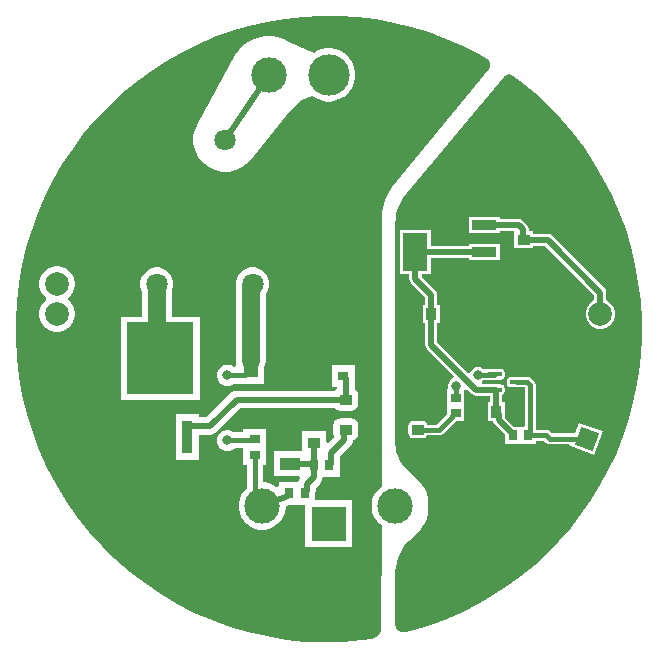
<source format=gtl>
G04*
G04 #@! TF.GenerationSoftware,Altium Limited,Altium Designer,24.6.1 (21)*
G04*
G04 Layer_Physical_Order=1*
G04 Layer_Color=255*
%FSLAX44Y44*%
%MOMM*%
G71*
G04*
G04 #@! TF.SameCoordinates,BA978B15-CB27-4B2F-8DC8-F8FDB2F27EFD*
G04*
G04*
G04 #@! TF.FilePolarity,Positive*
G04*
G01*
G75*
%ADD11C,0.2500*%
%ADD14R,1.7300X1.1100*%
%ADD15R,0.8000X0.9500*%
%ADD16R,1.0500X0.9000*%
%ADD17R,0.9500X0.8000*%
%ADD18R,0.9000X1.0500*%
%ADD19R,2.1500X0.9000*%
%ADD20R,2.1500X3.2500*%
G04:AMPARAMS|DCode=21|XSize=1.1mm|YSize=0.9mm|CornerRadius=0.1125mm|HoleSize=0mm|Usage=FLASHONLY|Rotation=180.000|XOffset=0mm|YOffset=0mm|HoleType=Round|Shape=RoundedRectangle|*
%AMROUNDEDRECTD21*
21,1,1.1000,0.6750,0,0,180.0*
21,1,0.8750,0.9000,0,0,180.0*
1,1,0.2250,-0.4375,0.3375*
1,1,0.2250,0.4375,0.3375*
1,1,0.2250,0.4375,-0.3375*
1,1,0.2250,-0.4375,-0.3375*
%
%ADD21ROUNDEDRECTD21*%
%ADD22R,1.3000X2.8000*%
%ADD23R,0.9700X2.8300*%
%ADD24R,5.6300X6.0900*%
G04:AMPARAMS|DCode=25|XSize=1.19mm|YSize=0.4mm|CornerRadius=0.05mm|HoleSize=0mm|Usage=FLASHONLY|Rotation=180.000|XOffset=0mm|YOffset=0mm|HoleType=Round|Shape=RoundedRectangle|*
%AMROUNDEDRECTD25*
21,1,1.1900,0.3000,0,0,180.0*
21,1,1.0900,0.4000,0,0,180.0*
1,1,0.1000,-0.5450,0.1500*
1,1,0.1000,0.5450,0.1500*
1,1,0.1000,0.5450,-0.1500*
1,1,0.1000,-0.5450,-0.1500*
%
%ADD25ROUNDEDRECTD25*%
%ADD38C,3.0000*%
%ADD39R,3.0000X3.0000*%
%ADD40C,1.6000*%
%ADD41P,2.2627X4X295.0*%
%ADD47C,0.4000*%
%ADD48C,0.5000*%
%ADD49C,1.5000*%
%ADD50C,6.0000*%
%ADD51C,2.0000*%
%ADD52C,1.8000*%
%ADD53C,3.5000*%
%ADD54C,0.8000*%
G36*
X9002Y264952D02*
X24440Y263975D01*
X39794Y262100D01*
X55012Y259333D01*
X70044Y255682D01*
X84837Y251161D01*
X99341Y245786D01*
X113507Y239573D01*
X127286Y232545D01*
X133959Y228635D01*
Y228635D01*
X135390Y227461D01*
X136023Y226553D01*
X136478Y225455D01*
X136689Y224286D01*
X136645Y223099D01*
X136373Y222040D01*
X135441Y220429D01*
X135439Y220427D01*
X135439D01*
X135439Y220426D01*
X53898Y120067D01*
X52828Y118638D01*
X50874Y115650D01*
X49182Y112507D01*
X47764Y109230D01*
X46630Y105845D01*
X45789Y102376D01*
X45246Y98847D01*
X45010Y95352D01*
X45006Y95285D01*
X45000Y93500D01*
X45000Y93500D01*
Y-84000D01*
X44875Y-133474D01*
X43501Y-134393D01*
X40715Y-137179D01*
X38526Y-140454D01*
X37019Y-144094D01*
X36250Y-147958D01*
Y-151898D01*
X37019Y-155762D01*
X38526Y-159401D01*
X40715Y-162677D01*
X43501Y-165463D01*
X44792Y-166326D01*
X44574Y-252811D01*
X44572Y-253698D01*
X44254Y-255442D01*
X43631Y-257102D01*
X42723Y-258626D01*
X41560Y-259964D01*
X40178Y-261075D01*
X38621Y-261924D01*
X36939Y-262482D01*
X28045Y-263758D01*
X11904Y-265069D01*
X-4288Y-265387D01*
X-20470Y-264711D01*
X-36578Y-263043D01*
X-52555Y-260390D01*
X-68338Y-256761D01*
X-83869Y-252170D01*
X-99088Y-246635D01*
X-113940Y-240176D01*
X-128367Y-232818D01*
X-142315Y-224588D01*
X-155732Y-215518D01*
X-168566Y-205641D01*
X-180771Y-194995D01*
X-192299Y-183621D01*
X-203107Y-171560D01*
X-213155Y-158859D01*
X-222405Y-145565D01*
X-230821Y-131728D01*
X-238372Y-117401D01*
X-245029Y-102638D01*
X-250768Y-87493D01*
X-255566Y-72026D01*
X-259406Y-56293D01*
X-262274Y-40353D01*
X-264158Y-24268D01*
X-265051Y-8098D01*
X-265000Y-0D01*
Y7734D01*
X-264098Y23176D01*
X-262297Y38539D01*
X-259602Y53771D01*
X-256024Y68819D01*
X-251575Y83634D01*
X-246269Y98164D01*
X-240124Y112359D01*
X-233163Y126172D01*
X-225407Y139556D01*
X-216884Y152464D01*
X-207623Y164853D01*
X-197654Y176681D01*
X-187013Y187908D01*
X-175736Y198495D01*
X-163860Y208406D01*
X-151426Y217607D01*
X-138477Y226068D01*
X-125056Y233759D01*
X-111210Y240655D01*
X-96985Y246731D01*
X-82430Y251967D01*
X-67594Y256345D01*
X-52528Y259850D01*
X-37283Y262471D01*
X-21912Y264198D01*
X-6466Y265026D01*
X9002Y264952D01*
D02*
G37*
G36*
X155036Y214902D02*
X155936Y214264D01*
X155936Y214264D01*
X162243Y209674D01*
X174295Y199767D01*
X185744Y189170D01*
X196549Y177916D01*
X206674Y166047D01*
X216083Y153603D01*
X224744Y140627D01*
X232627Y127164D01*
X239704Y113260D01*
X245951Y98965D01*
X251346Y84326D01*
X255870Y69396D01*
X259509Y54225D01*
X262249Y38867D01*
X264081Y23373D01*
X264998Y7800D01*
X264998Y-1D01*
X264998D01*
X264998Y-7298D01*
X264195Y-21869D01*
X262592Y-36374D01*
X260193Y-50769D01*
X257005Y-65010D01*
X253039Y-79054D01*
X248305Y-92859D01*
X242819Y-106382D01*
X236598Y-119583D01*
X229659Y-132421D01*
X222024Y-144858D01*
X213717Y-156856D01*
X204761Y-168379D01*
X195186Y-179392D01*
X185018Y-189861D01*
X174290Y-199754D01*
X163034Y-209042D01*
X151284Y-217697D01*
X139075Y-225692D01*
X126445Y-233003D01*
X113432Y-239608D01*
X100075Y-245486D01*
X86414Y-250621D01*
X72492Y-254996D01*
X65421Y-256798D01*
X64607Y-257005D01*
X62926Y-257042D01*
X61281Y-256699D01*
X59755Y-255993D01*
X58428Y-254962D01*
X57368Y-253657D01*
X56629Y-252148D01*
X56250Y-250510D01*
X56250Y-249670D01*
Y-207571D01*
Y-205608D01*
X56635Y-201701D01*
X57401Y-197850D01*
X58540Y-194093D01*
X60043Y-190466D01*
X61894Y-187004D01*
X64075Y-183739D01*
X66565Y-180705D01*
X67953Y-179317D01*
X67954Y-179316D01*
X77804Y-169466D01*
X79198Y-167928D01*
X81502Y-164480D01*
X83089Y-160648D01*
X83898Y-156581D01*
X84000Y-154508D01*
X84000Y-154507D01*
X84000Y-145371D01*
X83897Y-143272D01*
X83078Y-139154D01*
X81471Y-135275D01*
X79138Y-131785D01*
X77727Y-130228D01*
X77727Y-130227D01*
Y-130227D01*
X64423Y-116923D01*
X62450Y-114519D01*
X60722Y-111932D01*
X59255Y-109189D01*
X58065Y-106315D01*
X57162Y-103338D01*
X56555Y-100287D01*
X56250Y-97192D01*
Y-95636D01*
Y87750D01*
X56255Y89595D01*
X56586Y93269D01*
X57234Y96901D01*
X58194Y100464D01*
X59459Y103929D01*
X61021Y107272D01*
X62866Y110467D01*
X64981Y113490D01*
X66166Y114904D01*
X66166Y114904D01*
X148068Y213237D01*
X148774Y214084D01*
X150707Y215148D01*
X152895Y215434D01*
X155036Y214902D01*
D02*
G37*
%LPC*%
G36*
X-48203Y248000D02*
X-53397D01*
X-58527Y247187D01*
X-63468Y245582D01*
X-68096Y243224D01*
X-72298Y240171D01*
X-75971Y236498D01*
X-79024Y232296D01*
X-110592Y174151D01*
X-112522Y170364D01*
X-113835Y166322D01*
X-114500Y162125D01*
Y157875D01*
X-113835Y153678D01*
X-112522Y149636D01*
X-110592Y145849D01*
X-108094Y142411D01*
X-105089Y139406D01*
X-101651Y136908D01*
X-97864Y134978D01*
X-93822Y133665D01*
X-89625Y133000D01*
X-85375D01*
X-81178Y133665D01*
X-77136Y134978D01*
X-73349Y136908D01*
X-69911Y139406D01*
X-66906Y142411D01*
X-33158Y184182D01*
X-31247Y186389D01*
X-26994Y190383D01*
X-22234Y193758D01*
X-17057Y196450D01*
X-14343Y197523D01*
X-10658Y195061D01*
X-6563Y193365D01*
X-2216Y192500D01*
X2216D01*
X6563Y193365D01*
X10658Y195061D01*
X14343Y197523D01*
X17477Y200657D01*
X19939Y204342D01*
X21635Y208437D01*
X22500Y212784D01*
Y217216D01*
X21635Y221563D01*
X19939Y225658D01*
X17477Y229343D01*
X14343Y232477D01*
X10658Y234939D01*
X6563Y236635D01*
X2216Y237500D01*
X-2216D01*
X-6563Y236635D01*
X-10658Y234939D01*
X-12363Y233800D01*
X-33408Y243154D01*
X-33504Y243224D01*
X-38132Y245582D01*
X-43073Y247187D01*
X-48203Y248000D01*
D02*
G37*
G36*
X-228523Y53100D02*
X-231477D01*
X-234375Y52523D01*
X-237105Y51393D01*
X-239562Y49751D01*
X-241651Y47662D01*
X-243293Y45205D01*
X-244424Y42475D01*
X-245000Y39577D01*
Y36623D01*
X-244424Y33725D01*
X-243293Y30995D01*
X-241651Y28538D01*
X-239746Y26633D01*
X-239489Y25716D01*
Y25084D01*
X-239746Y24167D01*
X-241651Y22262D01*
X-243293Y19805D01*
X-244424Y17075D01*
X-245000Y14177D01*
Y11223D01*
X-244424Y8325D01*
X-243293Y5595D01*
X-241651Y3138D01*
X-239562Y1049D01*
X-237105Y-593D01*
X-234375Y-1724D01*
X-231477Y-2300D01*
X-228523D01*
X-225625Y-1724D01*
X-222895Y-593D01*
X-220438Y1049D01*
X-218349Y3138D01*
X-216707Y5595D01*
X-215576Y8325D01*
X-215000Y11223D01*
Y14177D01*
X-215576Y17075D01*
X-216707Y19805D01*
X-218349Y22262D01*
X-220254Y24167D01*
X-220511Y25084D01*
Y25716D01*
X-220254Y26633D01*
X-218349Y28538D01*
X-216707Y30995D01*
X-215576Y33725D01*
X-215000Y36623D01*
Y39577D01*
X-215576Y42475D01*
X-216707Y45205D01*
X-218349Y47662D01*
X-220438Y49751D01*
X-222895Y51393D01*
X-225625Y52523D01*
X-228523Y53100D01*
D02*
G37*
G36*
X-62657Y52000D02*
X-66343D01*
X-69904Y51046D01*
X-73096Y49203D01*
X-75703Y46596D01*
X-77546Y43404D01*
X-78500Y39843D01*
Y36507D01*
X-78608Y35688D01*
Y-27500D01*
X-78254Y-30190D01*
X-78647Y-30827D01*
X-80224Y-32048D01*
X-82276Y-30863D01*
X-84565Y-30250D01*
X-86935D01*
X-89224Y-30863D01*
X-91276Y-32048D01*
X-92952Y-33724D01*
X-94137Y-35776D01*
X-94750Y-38065D01*
Y-40435D01*
X-94137Y-42724D01*
X-92952Y-44776D01*
X-91276Y-46452D01*
X-89224Y-47637D01*
X-86935Y-48250D01*
X-84565D01*
X-82276Y-47637D01*
X-80224Y-46452D01*
X-80083Y-46310D01*
X-77500D01*
Y-46500D01*
X-54500D01*
Y-32401D01*
X-53822Y-30763D01*
X-53392Y-27500D01*
Y29309D01*
X-53297Y29404D01*
X-51454Y32596D01*
X-50500Y36157D01*
Y39843D01*
X-51454Y43404D01*
X-53297Y46596D01*
X-55904Y49203D01*
X-59096Y51046D01*
X-62657Y52000D01*
D02*
G37*
G36*
X22250Y-31000D02*
X2750D01*
Y-49000D01*
X6935D01*
Y-51190D01*
X5709Y-52009D01*
X5558Y-52235D01*
X-78050D01*
X-78050Y-52235D01*
X-79029Y-52364D01*
X-80008Y-52493D01*
X-81832Y-53249D01*
X-83399Y-54451D01*
X-103383Y-74435D01*
X-109750D01*
Y-72350D01*
X-129450D01*
Y-110650D01*
X-109750D01*
Y-89565D01*
X-100250D01*
X-98292Y-89307D01*
X-96468Y-88551D01*
X-94901Y-87349D01*
X-74917Y-67365D01*
X5558D01*
X5709Y-67591D01*
X7735Y-68945D01*
X10125Y-69420D01*
X18875D01*
X21265Y-68945D01*
X23291Y-67591D01*
X24645Y-65565D01*
X25120Y-63175D01*
Y-56425D01*
X24645Y-54035D01*
X23291Y-52009D01*
X22065Y-51190D01*
Y-49000D01*
X22250D01*
Y-31000D01*
D02*
G37*
G36*
X-143657Y52000D02*
X-147343D01*
X-150904Y51046D01*
X-154096Y49203D01*
X-156703Y46596D01*
X-158546Y43404D01*
X-159500Y39843D01*
Y36157D01*
X-158546Y32596D01*
X-158108Y31837D01*
Y10450D01*
X-175650D01*
Y-60450D01*
X-109350D01*
Y10450D01*
X-132892D01*
Y31837D01*
X-132454Y32596D01*
X-131500Y36157D01*
Y39843D01*
X-132454Y43404D01*
X-134297Y46596D01*
X-136904Y49203D01*
X-140096Y51046D01*
X-143657Y52000D01*
D02*
G37*
G36*
X18875Y-75580D02*
X10125D01*
X7735Y-76055D01*
X5709Y-77409D01*
X4355Y-79435D01*
X3880Y-81825D01*
Y-88575D01*
X4355Y-90965D01*
X4649Y-91403D01*
X-402Y-96454D01*
X-2250Y-95689D01*
Y-86750D01*
X-22750D01*
Y-103499D01*
X-46651D01*
Y-124599D01*
X-24845D01*
X-24495Y-125444D01*
X-24251Y-126599D01*
X-25301Y-127968D01*
X-25832Y-129250D01*
X-42250D01*
Y-132939D01*
X-44250Y-133892D01*
X-46776Y-132204D01*
X-50416Y-130696D01*
X-54280Y-129928D01*
X-55440D01*
Y-115500D01*
X-52750D01*
Y-102500D01*
Y-84500D01*
X-72250D01*
Y-86940D01*
X-80845D01*
X-82276Y-86113D01*
X-84565Y-85500D01*
X-86935D01*
X-89224Y-86113D01*
X-91276Y-87298D01*
X-92952Y-88974D01*
X-94137Y-91026D01*
X-94750Y-93315D01*
Y-95685D01*
X-94137Y-97974D01*
X-92952Y-100026D01*
X-91276Y-101702D01*
X-89224Y-102887D01*
X-86935Y-103500D01*
X-84565D01*
X-82276Y-102887D01*
X-80224Y-101702D01*
X-79583Y-101060D01*
X-72250D01*
Y-115500D01*
X-69560D01*
Y-134954D01*
X-71785Y-137179D01*
X-73974Y-140454D01*
X-75481Y-144094D01*
X-76250Y-147958D01*
Y-151898D01*
X-75481Y-155762D01*
X-73974Y-159401D01*
X-71785Y-162677D01*
X-68999Y-165463D01*
X-65724Y-167652D01*
X-62084Y-169159D01*
X-58220Y-169928D01*
X-54280D01*
X-50416Y-169159D01*
X-46776Y-167652D01*
X-43501Y-165463D01*
X-40715Y-162677D01*
X-38526Y-159401D01*
X-37019Y-155762D01*
X-36250Y-151898D01*
Y-150013D01*
X-33121Y-148750D01*
X-20000D01*
Y-185000D01*
X20000D01*
Y-145000D01*
X-11250D01*
Y-137992D01*
X-11185Y-137500D01*
X-11185Y-137500D01*
Y-134883D01*
X-7401Y-131099D01*
X-7401Y-131099D01*
X-6199Y-129532D01*
X-5443Y-127708D01*
X-5185Y-125750D01*
X-3340Y-125250D01*
X9250D01*
Y-114492D01*
X9315Y-114000D01*
X9315Y-114000D01*
Y-108133D01*
X18400Y-99048D01*
X18400Y-99048D01*
X19602Y-97481D01*
X20358Y-95657D01*
X20511Y-94494D01*
X21265Y-94345D01*
X23291Y-92991D01*
X24645Y-90965D01*
X25120Y-88575D01*
Y-81825D01*
X24645Y-79435D01*
X23291Y-77409D01*
X21265Y-76055D01*
X18875Y-75580D01*
D02*
G37*
G36*
X86500Y83750D02*
X60000D01*
Y46250D01*
X68152D01*
Y42500D01*
X68540Y40549D01*
X69645Y38895D01*
X81902Y26638D01*
Y20250D01*
X80000D01*
Y4750D01*
X81902D01*
Y-13500D01*
X82290Y-15451D01*
X83395Y-17105D01*
X105968Y-39678D01*
X105370Y-41908D01*
X105241Y-41943D01*
X103759Y-42799D01*
X102549Y-44009D01*
X101693Y-45491D01*
X101250Y-47144D01*
Y-48856D01*
X101557Y-50000D01*
X101323Y-50445D01*
X100250Y-52000D01*
X100250Y-52000D01*
X100250Y-52000D01*
Y-63000D01*
X100250Y-65000D01*
X100250Y-67000D01*
Y-72261D01*
X91555Y-80957D01*
X83398D01*
X83290Y-80411D01*
X82488Y-79212D01*
X81289Y-78410D01*
X79875Y-78129D01*
X71125D01*
X69711Y-78410D01*
X68512Y-79212D01*
X67710Y-80411D01*
X67429Y-81825D01*
Y-88575D01*
X67710Y-89989D01*
X68512Y-91188D01*
X69711Y-91990D01*
X71125Y-92271D01*
X79875D01*
X81289Y-91990D01*
X82488Y-91188D01*
X83194Y-90133D01*
X93455D01*
X95211Y-89784D01*
X96699Y-88789D01*
X107489Y-78000D01*
X114750D01*
Y-67000D01*
X114750Y-65000D01*
X114750Y-63000D01*
Y-52000D01*
X114750Y-52000D01*
X114636Y-51717D01*
X114817Y-51355D01*
X117249Y-50959D01*
X121395Y-55105D01*
X123049Y-56210D01*
X125000Y-56598D01*
X136902D01*
Y-62250D01*
X135000D01*
Y-77750D01*
X139002D01*
X139290Y-79201D01*
X140395Y-80855D01*
X149500Y-89960D01*
Y-97250D01*
X160500D01*
X162500Y-97250D01*
X164500Y-97250D01*
X175500D01*
Y-94588D01*
X182099D01*
X183834Y-96322D01*
X185322Y-97317D01*
X187078Y-97666D01*
X203847D01*
X204994Y-99304D01*
X204977Y-99353D01*
X224710Y-106536D01*
X231892Y-86802D01*
X212159Y-79620D01*
X208930Y-88490D01*
X188978D01*
X187244Y-86756D01*
X185756Y-85761D01*
X184000Y-85412D01*
X175500D01*
Y-82750D01*
X175138D01*
Y-47722D01*
X174789Y-45966D01*
X173794Y-44478D01*
X171073Y-41756D01*
X169584Y-40761D01*
X167828Y-40412D01*
X159600D01*
X159452Y-40441D01*
X154150D01*
X152979Y-40674D01*
X151987Y-41337D01*
X151324Y-42330D01*
X151091Y-43500D01*
Y-46500D01*
X151324Y-47670D01*
X151987Y-48663D01*
X152979Y-49326D01*
X154150Y-49559D01*
X159452D01*
X159600Y-49588D01*
X165928D01*
X165962Y-49622D01*
Y-81336D01*
X164548Y-82750D01*
X162500Y-82750D01*
X160500Y-82750D01*
X156710D01*
X149098Y-75138D01*
Y-72000D01*
X149000Y-71507D01*
Y-62250D01*
X147098D01*
Y-55774D01*
X148013Y-55163D01*
X148676Y-54171D01*
X148909Y-53000D01*
Y-50000D01*
X148676Y-48829D01*
X148013Y-47837D01*
X147021Y-47174D01*
X145850Y-46941D01*
X143677D01*
X143451Y-46790D01*
X141500Y-46402D01*
X129996D01*
X129460Y-44402D01*
X130241Y-43951D01*
X130979Y-43213D01*
X140275D01*
X141051Y-43059D01*
X145850D01*
X147021Y-42826D01*
X148013Y-42163D01*
X148676Y-41171D01*
X148909Y-40000D01*
Y-37000D01*
X148676Y-35830D01*
X148013Y-34837D01*
X147021Y-34174D01*
X145850Y-33941D01*
X140548D01*
X140400Y-33912D01*
X140252Y-33941D01*
X134950D01*
X134469Y-34037D01*
X130729D01*
X130241Y-33549D01*
X128759Y-32693D01*
X127106Y-32250D01*
X125394D01*
X123741Y-32693D01*
X122259Y-33549D01*
X121049Y-34759D01*
X120193Y-36241D01*
X120105Y-36567D01*
X117875Y-37165D01*
X92098Y-11388D01*
Y4750D01*
X94000D01*
Y20250D01*
X92098D01*
Y28750D01*
X91710Y30701D01*
X90605Y32355D01*
X78710Y44250D01*
X79221Y46250D01*
X86500D01*
Y59902D01*
X118500D01*
Y58000D01*
X145000D01*
Y72000D01*
X118500D01*
Y70098D01*
X86500D01*
Y83750D01*
D02*
G37*
G36*
X145000Y95000D02*
X118500D01*
Y81000D01*
X145000D01*
Y82902D01*
X155416D01*
X157250Y82500D01*
Y68500D01*
X172750D01*
Y70402D01*
X183138D01*
X224902Y28638D01*
Y24190D01*
X222325Y22703D01*
X219998Y20375D01*
X218352Y17525D01*
X217500Y14346D01*
Y11054D01*
X218352Y7875D01*
X219998Y5025D01*
X222325Y2697D01*
X225175Y1052D01*
X228354Y200D01*
X231646D01*
X234825Y1052D01*
X237675Y2697D01*
X240002Y5025D01*
X241648Y7875D01*
X242500Y11054D01*
Y14346D01*
X241648Y17525D01*
X240002Y20375D01*
X237675Y22703D01*
X235098Y24190D01*
Y30750D01*
X234710Y32701D01*
X233605Y34355D01*
X188855Y79105D01*
X187201Y80210D01*
X185250Y80598D01*
X172750D01*
Y82500D01*
X169377D01*
Y84571D01*
X168989Y86522D01*
X167884Y88176D01*
X164455Y91605D01*
X162801Y92710D01*
X160850Y93098D01*
X145000D01*
Y95000D01*
D02*
G37*
%LPD*%
D11*
X-66000Y-32250D02*
Y-27500D01*
D14*
X-33001Y-114049D02*
D03*
Y-79949D02*
D03*
D15*
X-33250Y-139000D02*
D03*
X-20250D02*
D03*
X-12750Y-115500D02*
D03*
X250D02*
D03*
X169000Y-90000D02*
D03*
X156000D02*
D03*
D16*
X-12500Y-96250D02*
D03*
Y-80250D02*
D03*
X165000Y75500D02*
D03*
Y59500D02*
D03*
D17*
X12500Y-40000D02*
D03*
Y-27000D02*
D03*
X-62500Y-93500D02*
D03*
Y-106500D02*
D03*
X107500Y-71500D02*
D03*
Y-58500D02*
D03*
D18*
X87000Y12500D02*
D03*
X103000D02*
D03*
X142000Y-70000D02*
D03*
X158000D02*
D03*
D19*
X131750Y42000D02*
D03*
Y65000D02*
D03*
Y88000D02*
D03*
D20*
X73250Y65000D02*
D03*
D21*
X14500Y-85200D02*
D03*
Y-59800D02*
D03*
X75500D02*
D03*
Y-85200D02*
D03*
D22*
X-19000Y-27500D02*
D03*
X-66000D02*
D03*
D23*
X-165400Y-91500D02*
D03*
X-119600D02*
D03*
D24*
X-142500Y-25000D02*
D03*
D25*
X159600Y-51500D02*
D03*
Y-45000D02*
D03*
Y-38500D02*
D03*
X140400D02*
D03*
Y-51500D02*
D03*
D38*
X0Y60000D02*
D03*
X-56250Y-149928D02*
D03*
X56250D02*
D03*
X-50800Y215000D02*
D03*
D39*
X0Y-165000D02*
D03*
D40*
X226985Y-69585D02*
D03*
D41*
X218434Y-93078D02*
D03*
D47*
X169000Y-90000D02*
X170550D01*
X169000D02*
X170550Y-88450D01*
Y-90000D02*
X184000D01*
X170550Y-88450D02*
Y-47722D01*
X-70500Y-39250D02*
X-66000Y-34750D01*
Y-32250D01*
X-85750Y-39250D02*
X-70500D01*
X-63000Y-94000D02*
X-62500Y-93500D01*
X-85750Y-94500D02*
X-85250Y-94000D01*
X-63000D01*
X-62500Y-136236D02*
X-56250Y-142486D01*
X-62500Y-136236D02*
Y-106500D01*
X-56250Y-149928D02*
Y-142486D01*
X75845Y-85545D02*
X93455D01*
X104750Y-74250D02*
Y-73500D01*
X75500Y-85200D02*
X75845Y-85545D01*
X93455D02*
X104750Y-74250D01*
Y-73500D02*
X106750Y-71500D01*
X107500D01*
X126250Y-38750D02*
X126375Y-38625D01*
X140275D02*
X140400Y-38500D01*
X126375Y-38625D02*
X140275D01*
X107625Y-58375D02*
Y-48125D01*
X107500Y-58500D02*
X107625Y-58375D01*
Y-48125D02*
X107750Y-48000D01*
X159600Y-45000D02*
X167828D01*
X170550Y-47722D01*
X184000Y-90000D02*
X187078Y-93078D01*
X218434D01*
D48*
X-117250Y-82000D02*
X-100250D01*
X-78050Y-59800D01*
X-119600Y-91500D02*
Y-84350D01*
X-117250Y-82000D01*
X-78050Y-59800D02*
X14500D01*
X-56250Y-149928D02*
X-34750Y-141250D01*
X-33250Y-139000D01*
X73250Y65000D02*
X131750D01*
X-87500Y160000D02*
X-50800Y215000D01*
X-18750Y-137500D02*
Y-131750D01*
X-20250Y-139000D02*
X-18750Y-137500D01*
Y-131750D02*
X-12750Y-125750D01*
X14500Y-59800D02*
Y-41500D01*
X13000Y-40000D02*
X14500Y-41500D01*
X12500Y-40000D02*
X13000D01*
X13051Y-93699D02*
Y-86649D01*
X1750Y-105000D02*
X13051Y-93699D01*
Y-86649D02*
X14500Y-85200D01*
X250Y-115500D02*
X1750Y-114000D01*
Y-105000D01*
X-33001Y-114049D02*
X-32275Y-114775D01*
X-13475D02*
X-12750Y-115500D01*
X-32275Y-114775D02*
X-13475D01*
X-12625Y-96375D02*
X-12500Y-96250D01*
X-12750Y-115500D02*
X-12625Y-115375D01*
Y-96375D01*
X-12750Y-125750D02*
Y-115500D01*
X87000Y-13500D02*
X125000Y-51500D01*
X140400D01*
X87000Y-13500D02*
Y12500D01*
X140400Y-51500D02*
X141500D01*
X142000Y-70000D02*
Y-52000D01*
X141500Y-51500D02*
X142000Y-52000D01*
Y-70000D02*
X144000Y-72000D01*
Y-77250D02*
Y-72000D01*
Y-77250D02*
X156000Y-89250D01*
Y-90000D02*
Y-89250D01*
X87000Y12500D02*
Y28750D01*
X73250Y42500D02*
X87000Y28750D01*
X73250Y42500D02*
Y65000D01*
X164279Y76221D02*
X165000Y75500D01*
X164279Y76221D02*
Y84571D01*
X160850Y88000D02*
X164279Y84571D01*
X131750Y88000D02*
X160850D01*
X165000Y75500D02*
X185250D01*
X230000Y30750D01*
Y12700D02*
Y30750D01*
D49*
X-64500Y37188D02*
Y38000D01*
X-66000Y-27500D02*
Y35688D01*
X-64500Y37188D01*
X-145500Y-22000D02*
X-142500Y-25000D01*
X-145500Y-22000D02*
Y38000D01*
D50*
X-100000Y-200000D02*
D03*
D51*
X-230000Y-12700D02*
D03*
Y-38100D02*
D03*
Y12700D02*
D03*
Y38100D02*
D03*
X230000Y-12700D02*
D03*
Y12700D02*
D03*
D52*
X-64500Y38000D02*
D03*
X-145500D02*
D03*
X-87500Y160000D02*
D03*
X-157500D02*
D03*
D53*
X50800Y215000D02*
D03*
X0D02*
D03*
D54*
X66750Y152250D02*
D03*
X70250Y-208750D02*
D03*
X68000Y-33500D02*
D03*
X69000Y10250D02*
D03*
X160866Y-57724D02*
D03*
X151478Y-57466D02*
D03*
X-85750Y-39250D02*
D03*
Y-94500D02*
D03*
X240000Y60000D02*
D03*
X255000Y30000D02*
D03*
Y-30000D02*
D03*
X240000Y-60000D02*
D03*
X210000Y120000D02*
D03*
X225000Y90000D02*
D03*
X210000Y-0D02*
D03*
X225000Y-30000D02*
D03*
X210000Y-60000D02*
D03*
Y-120000D02*
D03*
X180000Y180000D02*
D03*
X195000Y150000D02*
D03*
X180000Y120000D02*
D03*
X195000Y90000D02*
D03*
X180000Y60000D02*
D03*
X195000Y30000D02*
D03*
X180000Y-0D02*
D03*
X195000Y-30000D02*
D03*
X180000Y-120000D02*
D03*
X195000Y-150000D02*
D03*
X180000Y-180000D02*
D03*
X150000Y180000D02*
D03*
X165000Y150000D02*
D03*
X150000Y120000D02*
D03*
X165000Y30000D02*
D03*
X150000Y-0D02*
D03*
X165000Y-30000D02*
D03*
X150000Y-120000D02*
D03*
X165000Y-150000D02*
D03*
X150000Y-180000D02*
D03*
X135000Y150000D02*
D03*
X120000Y120000D02*
D03*
X135000Y30000D02*
D03*
X120000Y-0D02*
D03*
X135000Y-90000D02*
D03*
X120000Y-120000D02*
D03*
X135000Y-150000D02*
D03*
X120000Y-180000D02*
D03*
X135000Y-210000D02*
D03*
X105000Y150000D02*
D03*
X90000Y120000D02*
D03*
X105000Y90000D02*
D03*
Y30000D02*
D03*
X90000Y-60000D02*
D03*
X105000Y-90000D02*
D03*
X90000Y-120000D02*
D03*
X105000Y-150000D02*
D03*
X90000Y-180000D02*
D03*
X105000Y-210000D02*
D03*
X90000Y-240000D02*
D03*
Y240000D02*
D03*
X105000Y210000D02*
D03*
X90000Y180000D02*
D03*
X60000Y240000D02*
D03*
X75000Y210000D02*
D03*
X60000Y180000D02*
D03*
X30000Y240000D02*
D03*
Y-240000D02*
D03*
X15000Y-210000D02*
D03*
X-0Y-240000D02*
D03*
X-15000Y-210000D02*
D03*
X-30000Y-240000D02*
D03*
X-60000Y-180000D02*
D03*
X-45000Y-210000D02*
D03*
X-60000Y-240000D02*
D03*
X-90000Y240000D02*
D03*
Y-120000D02*
D03*
Y-240000D02*
D03*
X-105000Y210000D02*
D03*
X-120000Y180000D02*
D03*
Y120000D02*
D03*
Y-120000D02*
D03*
X-105000Y-150000D02*
D03*
X-135000Y210000D02*
D03*
X-150000Y180000D02*
D03*
X-135000Y150000D02*
D03*
X-150000Y120000D02*
D03*
X-135000Y90000D02*
D03*
X-150000Y60000D02*
D03*
X-135000Y-90000D02*
D03*
X-150000Y-120000D02*
D03*
X-135000Y-150000D02*
D03*
X-150000Y-180000D02*
D03*
X-135000Y-210000D02*
D03*
X-180000Y180000D02*
D03*
Y120000D02*
D03*
X-165000Y90000D02*
D03*
X-180000Y60000D02*
D03*
Y-60000D02*
D03*
Y-120000D02*
D03*
X-165000Y-150000D02*
D03*
X-180000Y-180000D02*
D03*
X-195000Y150000D02*
D03*
X-210000Y120000D02*
D03*
X-195000Y90000D02*
D03*
X-210000Y60000D02*
D03*
Y-60000D02*
D03*
X-195000Y-90000D02*
D03*
X-210000Y-120000D02*
D03*
X-195000Y-150000D02*
D03*
X-225000Y90000D02*
D03*
X-240000Y60000D02*
D03*
Y-60000D02*
D03*
X-225000Y-90000D02*
D03*
X126250Y-38750D02*
D03*
X107750Y-48000D02*
D03*
M02*

</source>
